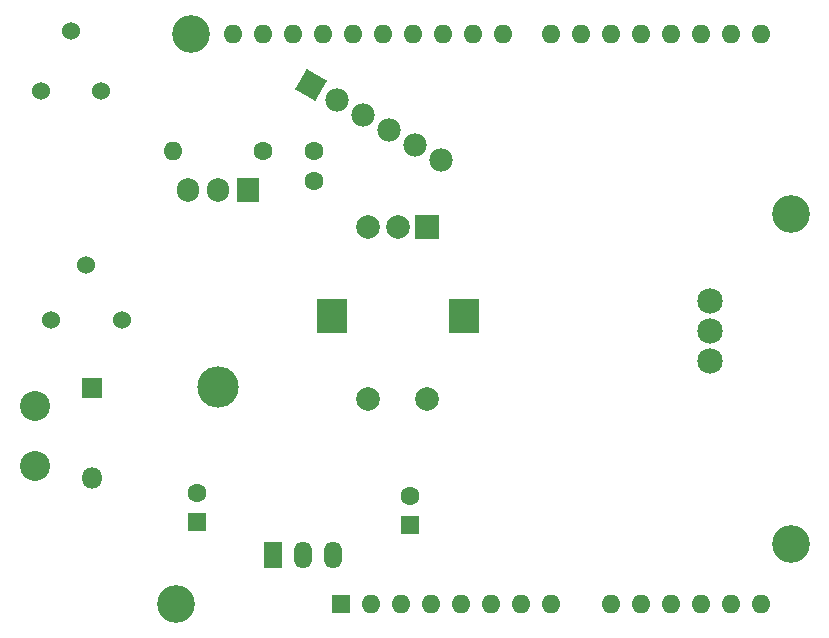
<source format=gbr>
%TF.GenerationSoftware,KiCad,Pcbnew,6.0.1-79c1e3a40b~116~ubuntu20.04.1*%
%TF.CreationDate,2022-01-30T02:47:44-05:00*%
%TF.ProjectId,Protogasm-Board-V2,50726f74-6f67-4617-936d-2d426f617264,rev?*%
%TF.SameCoordinates,PX68290a0PY76b1be0*%
%TF.FileFunction,Soldermask,Bot*%
%TF.FilePolarity,Negative*%
%FSLAX46Y46*%
G04 Gerber Fmt 4.6, Leading zero omitted, Abs format (unit mm)*
G04 Created by KiCad (PCBNEW 6.0.1-79c1e3a40b~116~ubuntu20.04.1) date 2022-01-30 02:47:44*
%MOMM*%
%LPD*%
G01*
G04 APERTURE LIST*
G04 Aperture macros list*
%AMRotRect*
0 Rectangle, with rotation*
0 The origin of the aperture is its center*
0 $1 length*
0 $2 width*
0 $3 Rotation angle, in degrees counterclockwise*
0 Add horizontal line*
21,1,$1,$2,0,0,$3*%
G04 Aperture macros list end*
%ADD10C,1.600000*%
%ADD11O,1.600000X1.600000*%
%ADD12R,2.000000X2.000000*%
%ADD13C,2.000000*%
%ADD14R,2.500000X3.000000*%
%ADD15R,1.600000X1.600000*%
%ADD16R,1.500000X2.300000*%
%ADD17O,1.500000X2.300000*%
%ADD18O,3.500000X3.500000*%
%ADD19R,1.905000X2.000000*%
%ADD20O,1.905000X2.000000*%
%ADD21C,2.159000*%
%ADD22R,1.800000X1.800000*%
%ADD23O,1.800000X1.800000*%
%ADD24C,1.524000*%
%ADD25C,3.200000*%
%ADD26RotRect,1.981200X1.981200X240.000000*%
%ADD27C,1.981200*%
%ADD28C,2.540000*%
G04 APERTURE END LIST*
D10*
%TO.C,R1*%
X21336000Y40894000D03*
D11*
X13716000Y40894000D03*
%TD*%
D12*
%TO.C,SW1*%
X35266000Y34428000D03*
D13*
X30266000Y34428000D03*
X32766000Y34428000D03*
D14*
X38366000Y26928000D03*
X27166000Y26928000D03*
D13*
X35266000Y19928000D03*
X30266000Y19928000D03*
%TD*%
D10*
%TO.C,C1*%
X25654000Y38354000D03*
X25654000Y40854000D03*
%TD*%
D15*
%TO.C,C3*%
X33782000Y9208887D03*
D10*
X33782000Y11708887D03*
%TD*%
D16*
%TO.C,U3*%
X22191000Y6682500D03*
D17*
X24731000Y6682500D03*
X27271000Y6682500D03*
%TD*%
D18*
%TO.C,Q1*%
X17526000Y20932000D03*
D19*
X20066000Y37592000D03*
D20*
X17526000Y37592000D03*
X14986000Y37592000D03*
%TD*%
D15*
%TO.C,C2*%
X15748000Y9462887D03*
D10*
X15748000Y11962887D03*
%TD*%
D21*
%TO.C,J1*%
X59182000Y28194000D03*
X59182000Y25654000D03*
X59182000Y23114000D03*
%TD*%
D22*
%TO.C,D1*%
X6858000Y20828000D03*
D23*
X6858000Y13208000D03*
%TD*%
D24*
%TO.C,R2*%
X2540000Y45974000D03*
X5080000Y51054000D03*
X7620000Y45974000D03*
%TD*%
%TO.C,J2*%
X9398000Y26543000D03*
X3398000Y26543000D03*
X6398000Y31243000D03*
%TD*%
D25*
%TO.C,U1*%
X15240000Y50800000D03*
X66040000Y7620000D03*
X13970000Y2540000D03*
X66040000Y35560000D03*
D15*
X27940000Y2540000D03*
D11*
X30480000Y2540000D03*
X33020000Y2540000D03*
X35560000Y2540000D03*
X38100000Y2540000D03*
X40640000Y2540000D03*
X43180000Y2540000D03*
X45720000Y2540000D03*
X50800000Y2540000D03*
X53340000Y2540000D03*
X55880000Y2540000D03*
X58420000Y2540000D03*
X60960000Y2540000D03*
X63500000Y2540000D03*
X63500000Y50800000D03*
X60960000Y50800000D03*
X58420000Y50800000D03*
X55880000Y50800000D03*
X53340000Y50800000D03*
X50800000Y50800000D03*
X48260000Y50800000D03*
X45720000Y50800000D03*
X41660000Y50800000D03*
X39120000Y50800000D03*
X36580000Y50800000D03*
X34040000Y50800000D03*
X31500000Y50800000D03*
X28960000Y50800000D03*
X26420000Y50800000D03*
X23880000Y50800000D03*
X21340000Y50800000D03*
X18800000Y50800000D03*
%TD*%
D26*
%TO.C,U2*%
X25400000Y46482000D03*
D27*
X27599705Y45212000D03*
X29799409Y43942000D03*
X31999114Y42672000D03*
X34198818Y41402000D03*
X36398523Y40132000D03*
%TD*%
D28*
%TO.C,M1*%
X2032000Y19304000D03*
X2032000Y14224000D03*
%TD*%
M02*

</source>
